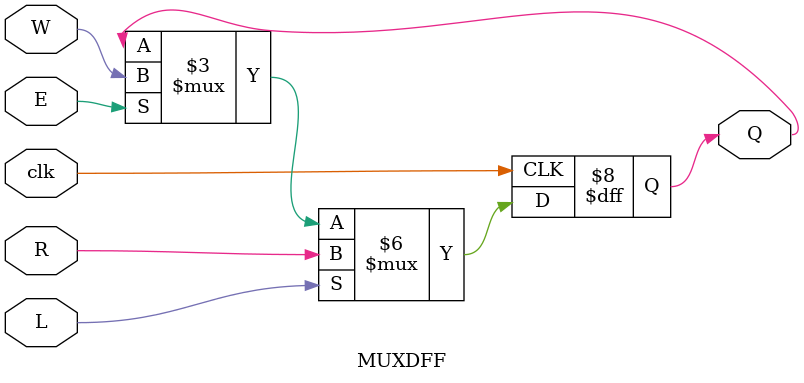
<source format=v>
module top_module (
    input [3:0] SW,
    input [3:0] KEY,
    output [3:0] LEDR
); //

    MUXDFF M1(KEY[0], KEY[1], KEY[2], LEDR[1], SW[0], LEDR[0]);
    MUXDFF M2(KEY[0], KEY[1], KEY[2], LEDR[2], SW[1], LEDR[1]);
    MUXDFF M3(KEY[0], KEY[1], KEY[2], LEDR[3], SW[2], LEDR[2]);
    MUXDFF M4(KEY[0], KEY[1], KEY[2], KEY[3], SW[3], LEDR[3]);
    
endmodule

module MUXDFF(input clk, E, L, W, R,
              output Q);
    always@(posedge clk)
       begin 
           if(L)
            Q <= R;
		   else begin
               if (E) Q <= W;
               else Q <= Q;
       			end
       end
    
endmodule

</source>
